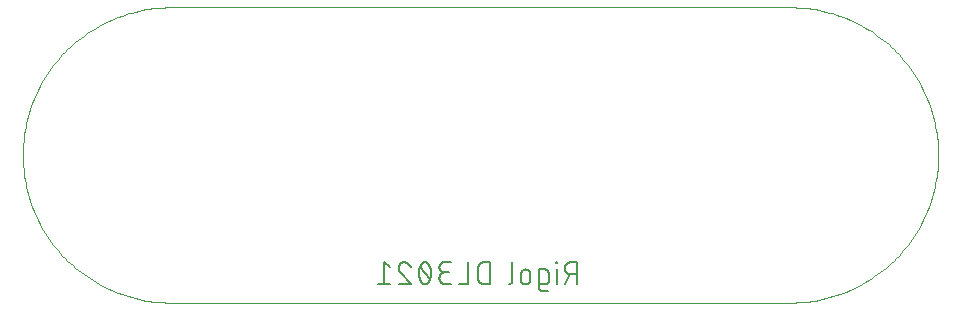
<source format=gbo>
G04 EAGLE Gerber RS-274X export*
G75*
%MOMM*%
%FSLAX35Y35*%
%LPD*%
%INsilk_bottom*%
%IPPOS*%
%AMOC8*
5,1,8,0,0,1.08239X$1,22.5*%
G01*
%ADD10C,0.000000*%
%ADD11C,0.152400*%


D10*
X-1700000Y1250000D02*
X3550000Y1250000D01*
X3580205Y1249635D01*
X3610392Y1248540D01*
X3640544Y1246716D01*
X3670642Y1244165D01*
X3700671Y1240886D01*
X3730611Y1236883D01*
X3760446Y1232158D01*
X3790158Y1226713D01*
X3819730Y1220551D01*
X3849145Y1213677D01*
X3878384Y1206094D01*
X3907432Y1197807D01*
X3936271Y1188821D01*
X3964885Y1179140D01*
X3993256Y1168770D01*
X4021369Y1157718D01*
X4049206Y1145990D01*
X4076751Y1133593D01*
X4103989Y1120534D01*
X4130904Y1106820D01*
X4157479Y1092460D01*
X4183700Y1077462D01*
X4209550Y1061835D01*
X4235016Y1045588D01*
X4260081Y1028730D01*
X4284732Y1011271D01*
X4308953Y993222D01*
X4332731Y974593D01*
X4356053Y955395D01*
X4378903Y935638D01*
X4401270Y915336D01*
X4423139Y894499D01*
X4444499Y873139D01*
X4465336Y851270D01*
X4485638Y828903D01*
X4505395Y806053D01*
X4524593Y782731D01*
X4543222Y758953D01*
X4561271Y734732D01*
X4578730Y710081D01*
X4595588Y685016D01*
X4611835Y659550D01*
X4627462Y633700D01*
X4642460Y607479D01*
X4656820Y580904D01*
X4670534Y553989D01*
X4683593Y526751D01*
X4695990Y499206D01*
X4707718Y471369D01*
X4718770Y443256D01*
X4729140Y414885D01*
X4738821Y386271D01*
X4747807Y357432D01*
X4756094Y328384D01*
X4763677Y299145D01*
X4770551Y269730D01*
X4776713Y240158D01*
X4782158Y210446D01*
X4786883Y180611D01*
X4790886Y150671D01*
X4794165Y120642D01*
X4796716Y90544D01*
X4798540Y60392D01*
X4799635Y30205D01*
X4800000Y0D01*
X4799635Y-30205D01*
X4798540Y-60392D01*
X4796716Y-90544D01*
X4794165Y-120642D01*
X4790886Y-150671D01*
X4786883Y-180611D01*
X4782158Y-210446D01*
X4776713Y-240158D01*
X4770551Y-269730D01*
X4763677Y-299145D01*
X4756094Y-328384D01*
X4747807Y-357432D01*
X4738821Y-386271D01*
X4729140Y-414885D01*
X4718770Y-443256D01*
X4707718Y-471369D01*
X4695990Y-499206D01*
X4683593Y-526751D01*
X4670534Y-553989D01*
X4656820Y-580904D01*
X4642460Y-607479D01*
X4627462Y-633700D01*
X4611835Y-659550D01*
X4595588Y-685016D01*
X4578730Y-710081D01*
X4561271Y-734732D01*
X4543222Y-758953D01*
X4524593Y-782731D01*
X4505395Y-806053D01*
X4485638Y-828903D01*
X4465336Y-851270D01*
X4444499Y-873139D01*
X4423139Y-894499D01*
X4401270Y-915336D01*
X4378903Y-935638D01*
X4356053Y-955395D01*
X4332731Y-974593D01*
X4308953Y-993222D01*
X4284732Y-1011271D01*
X4260081Y-1028730D01*
X4235016Y-1045588D01*
X4209550Y-1061835D01*
X4183700Y-1077462D01*
X4157479Y-1092460D01*
X4130904Y-1106820D01*
X4103989Y-1120534D01*
X4076751Y-1133593D01*
X4049206Y-1145990D01*
X4021369Y-1157718D01*
X3993256Y-1168770D01*
X3964885Y-1179140D01*
X3936271Y-1188821D01*
X3907432Y-1197807D01*
X3878384Y-1206094D01*
X3849145Y-1213677D01*
X3819730Y-1220551D01*
X3790158Y-1226713D01*
X3760446Y-1232158D01*
X3730611Y-1236883D01*
X3700671Y-1240886D01*
X3670642Y-1244165D01*
X3640544Y-1246716D01*
X3610392Y-1248540D01*
X3580205Y-1249635D01*
X3550000Y-1250000D01*
X-1700000Y-1250000D01*
X-1730205Y-1249635D01*
X-1760392Y-1248540D01*
X-1790544Y-1246716D01*
X-1820642Y-1244165D01*
X-1850671Y-1240886D01*
X-1880611Y-1236883D01*
X-1910446Y-1232158D01*
X-1940158Y-1226713D01*
X-1969730Y-1220551D01*
X-1999145Y-1213677D01*
X-2028384Y-1206094D01*
X-2057432Y-1197807D01*
X-2086271Y-1188821D01*
X-2114885Y-1179140D01*
X-2143256Y-1168770D01*
X-2171369Y-1157718D01*
X-2199206Y-1145990D01*
X-2226751Y-1133593D01*
X-2253989Y-1120534D01*
X-2280904Y-1106820D01*
X-2307479Y-1092460D01*
X-2333700Y-1077462D01*
X-2359550Y-1061835D01*
X-2385016Y-1045588D01*
X-2410081Y-1028730D01*
X-2434732Y-1011271D01*
X-2458953Y-993222D01*
X-2482731Y-974593D01*
X-2506053Y-955395D01*
X-2528903Y-935638D01*
X-2551270Y-915336D01*
X-2573139Y-894499D01*
X-2594499Y-873139D01*
X-2615336Y-851270D01*
X-2635638Y-828903D01*
X-2655395Y-806053D01*
X-2674593Y-782731D01*
X-2693222Y-758953D01*
X-2711271Y-734732D01*
X-2728730Y-710081D01*
X-2745588Y-685016D01*
X-2761835Y-659550D01*
X-2777462Y-633700D01*
X-2792460Y-607479D01*
X-2806820Y-580904D01*
X-2820534Y-553989D01*
X-2833593Y-526751D01*
X-2845990Y-499206D01*
X-2857718Y-471369D01*
X-2868770Y-443256D01*
X-2879140Y-414885D01*
X-2888821Y-386271D01*
X-2897807Y-357432D01*
X-2906094Y-328384D01*
X-2913677Y-299145D01*
X-2920551Y-269730D01*
X-2926713Y-240158D01*
X-2932158Y-210446D01*
X-2936883Y-180611D01*
X-2940886Y-150671D01*
X-2944165Y-120642D01*
X-2946716Y-90544D01*
X-2948540Y-60392D01*
X-2949635Y-30205D01*
X-2950000Y0D01*
X-2949635Y30205D01*
X-2948540Y60392D01*
X-2946716Y90544D01*
X-2944165Y120642D01*
X-2940886Y150671D01*
X-2936883Y180611D01*
X-2932158Y210446D01*
X-2926713Y240158D01*
X-2920551Y269730D01*
X-2913677Y299145D01*
X-2906094Y328384D01*
X-2897807Y357432D01*
X-2888821Y386271D01*
X-2879140Y414885D01*
X-2868770Y443256D01*
X-2857718Y471369D01*
X-2845990Y499206D01*
X-2833593Y526751D01*
X-2820534Y553989D01*
X-2806820Y580904D01*
X-2792460Y607479D01*
X-2777462Y633700D01*
X-2761835Y659550D01*
X-2745588Y685016D01*
X-2728730Y710081D01*
X-2711271Y734732D01*
X-2693222Y758953D01*
X-2674593Y782731D01*
X-2655395Y806053D01*
X-2635638Y828903D01*
X-2615336Y851270D01*
X-2594499Y873139D01*
X-2573139Y894499D01*
X-2551270Y915336D01*
X-2528903Y935638D01*
X-2506053Y955395D01*
X-2482731Y974593D01*
X-2458953Y993222D01*
X-2434732Y1011271D01*
X-2410081Y1028730D01*
X-2385016Y1045588D01*
X-2359550Y1061835D01*
X-2333700Y1077462D01*
X-2307479Y1092460D01*
X-2280904Y1106820D01*
X-2253989Y1120534D01*
X-2226751Y1133593D01*
X-2199206Y1145990D01*
X-2171369Y1157718D01*
X-2143256Y1168770D01*
X-2114885Y1179140D01*
X-2086271Y1188821D01*
X-2057432Y1197807D01*
X-2028384Y1206094D01*
X-1999145Y1213677D01*
X-1969730Y1220551D01*
X-1940158Y1226713D01*
X-1910446Y1232158D01*
X-1880611Y1236883D01*
X-1850671Y1240886D01*
X-1820642Y1244165D01*
X-1790544Y1246716D01*
X-1760392Y1248540D01*
X-1730205Y1249635D01*
X-1700000Y1250000D01*
D11*
X1741536Y-907620D02*
X1741536Y-1092380D01*
X1741536Y-907620D02*
X1690213Y-907620D01*
X1688963Y-907635D01*
X1687714Y-907681D01*
X1686467Y-907757D01*
X1685221Y-907863D01*
X1683979Y-908000D01*
X1682740Y-908167D01*
X1681506Y-908364D01*
X1680277Y-908591D01*
X1679054Y-908848D01*
X1677838Y-909134D01*
X1676628Y-909451D01*
X1675427Y-909796D01*
X1674235Y-910171D01*
X1673052Y-910574D01*
X1671879Y-911006D01*
X1670717Y-911467D01*
X1669567Y-911956D01*
X1668429Y-912473D01*
X1667304Y-913017D01*
X1666192Y-913588D01*
X1665095Y-914187D01*
X1664013Y-914812D01*
X1662946Y-915463D01*
X1661895Y-916140D01*
X1660861Y-916842D01*
X1659845Y-917569D01*
X1658846Y-918321D01*
X1657866Y-919097D01*
X1656906Y-919896D01*
X1655965Y-920719D01*
X1655044Y-921564D01*
X1654144Y-922432D01*
X1653266Y-923321D01*
X1652410Y-924231D01*
X1651576Y-925162D01*
X1650764Y-926113D01*
X1649977Y-927083D01*
X1649213Y-928072D01*
X1648473Y-929080D01*
X1647759Y-930105D01*
X1647069Y-931147D01*
X1646405Y-932206D01*
X1645767Y-933281D01*
X1645155Y-934371D01*
X1644570Y-935475D01*
X1644012Y-936594D01*
X1643482Y-937725D01*
X1642979Y-938870D01*
X1642504Y-940026D01*
X1642058Y-941193D01*
X1641640Y-942371D01*
X1641251Y-943559D01*
X1640891Y-944756D01*
X1640560Y-945961D01*
X1640258Y-947174D01*
X1639987Y-948394D01*
X1639745Y-949620D01*
X1639533Y-950852D01*
X1639351Y-952088D01*
X1639199Y-953329D01*
X1639077Y-954573D01*
X1638986Y-955819D01*
X1638925Y-957068D01*
X1638895Y-958317D01*
X1638895Y-959567D01*
X1638925Y-960816D01*
X1638986Y-962065D01*
X1639077Y-963311D01*
X1639199Y-964555D01*
X1639351Y-965796D01*
X1639533Y-967032D01*
X1639745Y-968264D01*
X1639987Y-969490D01*
X1640258Y-970710D01*
X1640560Y-971923D01*
X1640891Y-973128D01*
X1641251Y-974325D01*
X1641640Y-975513D01*
X1642058Y-976691D01*
X1642504Y-977858D01*
X1642979Y-979014D01*
X1643482Y-980159D01*
X1644012Y-981290D01*
X1644570Y-982409D01*
X1645155Y-983513D01*
X1645767Y-984603D01*
X1646405Y-985678D01*
X1647069Y-986737D01*
X1647759Y-987779D01*
X1648473Y-988804D01*
X1649213Y-989812D01*
X1649977Y-990801D01*
X1650764Y-991771D01*
X1651576Y-992722D01*
X1652410Y-993653D01*
X1653266Y-994563D01*
X1654144Y-995452D01*
X1655044Y-996320D01*
X1655965Y-997165D01*
X1656906Y-997988D01*
X1657866Y-998787D01*
X1658846Y-999563D01*
X1659845Y-1000315D01*
X1660861Y-1001042D01*
X1661895Y-1001744D01*
X1662946Y-1002421D01*
X1664013Y-1003072D01*
X1665095Y-1003697D01*
X1666192Y-1004296D01*
X1667304Y-1004867D01*
X1668429Y-1005411D01*
X1669567Y-1005928D01*
X1670717Y-1006417D01*
X1671879Y-1006878D01*
X1673052Y-1007310D01*
X1674235Y-1007713D01*
X1675427Y-1008088D01*
X1676628Y-1008433D01*
X1677838Y-1008750D01*
X1679054Y-1009036D01*
X1680277Y-1009293D01*
X1681506Y-1009520D01*
X1682740Y-1009717D01*
X1683979Y-1009884D01*
X1685221Y-1010021D01*
X1686467Y-1010127D01*
X1687714Y-1010203D01*
X1688963Y-1010249D01*
X1690213Y-1010264D01*
X1690213Y-1010265D02*
X1741536Y-1010265D01*
X1679949Y-1010265D02*
X1638891Y-1092380D01*
X1570285Y-1092380D02*
X1570285Y-969207D01*
X1575417Y-917885D02*
X1575417Y-907620D01*
X1565153Y-907620D01*
X1565153Y-917885D01*
X1575417Y-917885D01*
X1471957Y-1092380D02*
X1420635Y-1092380D01*
X1471957Y-1092380D02*
X1472701Y-1092371D01*
X1473445Y-1092344D01*
X1474187Y-1092299D01*
X1474929Y-1092236D01*
X1475669Y-1092155D01*
X1476406Y-1092057D01*
X1477141Y-1091940D01*
X1477873Y-1091806D01*
X1478602Y-1091655D01*
X1479326Y-1091485D01*
X1480047Y-1091298D01*
X1480762Y-1091094D01*
X1481473Y-1090873D01*
X1482177Y-1090634D01*
X1482876Y-1090379D01*
X1483569Y-1090107D01*
X1484255Y-1089818D01*
X1484933Y-1089512D01*
X1485604Y-1089191D01*
X1486267Y-1088853D01*
X1486922Y-1088499D01*
X1487568Y-1088130D01*
X1488205Y-1087745D01*
X1488832Y-1087344D01*
X1489449Y-1086929D01*
X1490057Y-1086499D01*
X1490653Y-1086054D01*
X1491239Y-1085596D01*
X1491814Y-1085123D01*
X1492377Y-1084636D01*
X1492928Y-1084136D01*
X1493466Y-1083622D01*
X1493992Y-1083096D01*
X1494506Y-1082558D01*
X1495006Y-1082007D01*
X1495493Y-1081444D01*
X1495966Y-1080869D01*
X1496424Y-1080283D01*
X1496869Y-1079687D01*
X1497299Y-1079079D01*
X1497714Y-1078462D01*
X1498115Y-1077835D01*
X1498500Y-1077198D01*
X1498869Y-1076552D01*
X1499223Y-1075897D01*
X1499561Y-1075234D01*
X1499882Y-1074563D01*
X1500188Y-1073885D01*
X1500477Y-1073199D01*
X1500749Y-1072506D01*
X1501004Y-1071807D01*
X1501243Y-1071103D01*
X1501464Y-1070392D01*
X1501668Y-1069677D01*
X1501855Y-1068956D01*
X1502025Y-1068232D01*
X1502176Y-1067503D01*
X1502310Y-1066771D01*
X1502427Y-1066036D01*
X1502525Y-1065299D01*
X1502606Y-1064559D01*
X1502669Y-1063817D01*
X1502714Y-1063075D01*
X1502741Y-1062331D01*
X1502750Y-1061587D01*
X1502750Y-1000000D01*
X1502741Y-999256D01*
X1502714Y-998512D01*
X1502669Y-997770D01*
X1502606Y-997028D01*
X1502525Y-996288D01*
X1502427Y-995551D01*
X1502310Y-994816D01*
X1502176Y-994084D01*
X1502025Y-993355D01*
X1501855Y-992631D01*
X1501668Y-991910D01*
X1501464Y-991195D01*
X1501243Y-990484D01*
X1501004Y-989780D01*
X1500749Y-989081D01*
X1500477Y-988388D01*
X1500188Y-987702D01*
X1499882Y-987024D01*
X1499561Y-986353D01*
X1499223Y-985690D01*
X1498869Y-985035D01*
X1498500Y-984389D01*
X1498115Y-983752D01*
X1497714Y-983125D01*
X1497299Y-982508D01*
X1496869Y-981900D01*
X1496424Y-981304D01*
X1495966Y-980718D01*
X1495493Y-980143D01*
X1495006Y-979580D01*
X1494506Y-979029D01*
X1493992Y-978491D01*
X1493466Y-977965D01*
X1492928Y-977451D01*
X1492377Y-976951D01*
X1491814Y-976464D01*
X1491239Y-975991D01*
X1490653Y-975533D01*
X1490057Y-975088D01*
X1489449Y-974658D01*
X1488832Y-974243D01*
X1488205Y-973842D01*
X1487568Y-973457D01*
X1486922Y-973088D01*
X1486267Y-972734D01*
X1485604Y-972396D01*
X1484933Y-972075D01*
X1484255Y-971769D01*
X1483569Y-971480D01*
X1482876Y-971208D01*
X1482177Y-970953D01*
X1481473Y-970714D01*
X1480762Y-970493D01*
X1480047Y-970289D01*
X1479326Y-970102D01*
X1478602Y-969932D01*
X1477873Y-969781D01*
X1477141Y-969647D01*
X1476406Y-969530D01*
X1475669Y-969432D01*
X1474929Y-969351D01*
X1474187Y-969288D01*
X1473445Y-969243D01*
X1472701Y-969216D01*
X1471957Y-969207D01*
X1420635Y-969207D01*
X1420635Y-1123173D01*
X1420644Y-1123929D01*
X1420672Y-1124684D01*
X1420718Y-1125438D01*
X1420783Y-1126191D01*
X1420867Y-1126942D01*
X1420968Y-1127691D01*
X1421088Y-1128437D01*
X1421227Y-1129180D01*
X1421383Y-1129920D01*
X1421558Y-1130655D01*
X1421750Y-1131386D01*
X1421961Y-1132112D01*
X1422189Y-1132832D01*
X1422435Y-1133547D01*
X1422698Y-1134255D01*
X1422979Y-1134957D01*
X1423277Y-1135652D01*
X1423591Y-1136339D01*
X1423923Y-1137018D01*
X1424271Y-1137689D01*
X1424635Y-1138351D01*
X1425016Y-1139004D01*
X1425412Y-1139647D01*
X1425824Y-1140281D01*
X1426252Y-1140904D01*
X1426695Y-1141516D01*
X1427152Y-1142118D01*
X1427625Y-1142708D01*
X1428111Y-1143286D01*
X1428612Y-1143852D01*
X1429126Y-1144406D01*
X1429654Y-1144947D01*
X1430195Y-1145475D01*
X1430749Y-1145989D01*
X1431315Y-1146490D01*
X1431893Y-1146976D01*
X1432483Y-1147448D01*
X1433084Y-1147906D01*
X1433697Y-1148349D01*
X1434320Y-1148776D01*
X1434954Y-1149188D01*
X1435597Y-1149585D01*
X1436250Y-1149965D01*
X1436912Y-1150330D01*
X1437583Y-1150678D01*
X1438262Y-1151009D01*
X1438949Y-1151324D01*
X1439644Y-1151622D01*
X1440346Y-1151903D01*
X1441054Y-1152166D01*
X1441769Y-1152412D01*
X1442489Y-1152640D01*
X1443215Y-1152850D01*
X1443946Y-1153043D01*
X1444681Y-1153218D01*
X1445420Y-1153374D01*
X1446163Y-1153513D01*
X1446909Y-1153633D01*
X1447658Y-1153734D01*
X1448409Y-1153818D01*
X1449162Y-1153883D01*
X1449917Y-1153929D01*
X1450672Y-1153957D01*
X1451428Y-1153966D01*
X1451428Y-1153967D02*
X1492486Y-1153967D01*
X1346843Y-1051323D02*
X1346843Y-1010265D01*
X1346831Y-1009265D01*
X1346794Y-1008266D01*
X1346733Y-1007268D01*
X1346648Y-1006272D01*
X1346539Y-1005278D01*
X1346405Y-1004287D01*
X1346248Y-1003300D01*
X1346066Y-1002316D01*
X1345861Y-1001338D01*
X1345631Y-1000365D01*
X1345379Y-999397D01*
X1345102Y-998436D01*
X1344802Y-997482D01*
X1344480Y-996536D01*
X1344134Y-995598D01*
X1343765Y-994668D01*
X1343374Y-993748D01*
X1342961Y-992838D01*
X1342525Y-991938D01*
X1342068Y-991048D01*
X1341590Y-990170D01*
X1341090Y-989305D01*
X1340569Y-988451D01*
X1340027Y-987611D01*
X1339465Y-986783D01*
X1338884Y-985970D01*
X1338282Y-985171D01*
X1337662Y-984388D01*
X1337022Y-983619D01*
X1336364Y-982866D01*
X1335688Y-982130D01*
X1334994Y-981410D01*
X1334282Y-980707D01*
X1333554Y-980022D01*
X1332809Y-979355D01*
X1332049Y-978706D01*
X1331272Y-978076D01*
X1330481Y-977465D01*
X1329675Y-976873D01*
X1328855Y-976301D01*
X1328021Y-975749D01*
X1327174Y-975218D01*
X1326314Y-974708D01*
X1325442Y-974218D01*
X1324558Y-973750D01*
X1323664Y-973304D01*
X1322758Y-972880D01*
X1321843Y-972477D01*
X1320918Y-972098D01*
X1319984Y-971740D01*
X1319042Y-971406D01*
X1318092Y-971095D01*
X1317134Y-970807D01*
X1316170Y-970542D01*
X1315200Y-970301D01*
X1314224Y-970084D01*
X1313243Y-969890D01*
X1312257Y-969720D01*
X1311268Y-969575D01*
X1310276Y-969453D01*
X1309280Y-969356D01*
X1308283Y-969283D01*
X1307285Y-969234D01*
X1306285Y-969210D01*
X1305285Y-969210D01*
X1304285Y-969234D01*
X1303287Y-969283D01*
X1302290Y-969356D01*
X1301294Y-969453D01*
X1300302Y-969575D01*
X1299313Y-969720D01*
X1298327Y-969890D01*
X1297346Y-970084D01*
X1296370Y-970301D01*
X1295400Y-970542D01*
X1294436Y-970807D01*
X1293478Y-971095D01*
X1292528Y-971406D01*
X1291586Y-971740D01*
X1290652Y-972098D01*
X1289727Y-972477D01*
X1288812Y-972880D01*
X1287906Y-973304D01*
X1287012Y-973750D01*
X1286128Y-974218D01*
X1285256Y-974708D01*
X1284396Y-975218D01*
X1283549Y-975749D01*
X1282715Y-976301D01*
X1281895Y-976873D01*
X1281089Y-977465D01*
X1280298Y-978076D01*
X1279521Y-978706D01*
X1278761Y-979355D01*
X1278016Y-980022D01*
X1277288Y-980707D01*
X1276576Y-981410D01*
X1275882Y-982130D01*
X1275206Y-982866D01*
X1274548Y-983619D01*
X1273908Y-984388D01*
X1273288Y-985171D01*
X1272686Y-985970D01*
X1272105Y-986783D01*
X1271543Y-987611D01*
X1271001Y-988451D01*
X1270480Y-989305D01*
X1269980Y-990170D01*
X1269502Y-991048D01*
X1269045Y-991938D01*
X1268609Y-992838D01*
X1268196Y-993748D01*
X1267805Y-994668D01*
X1267436Y-995598D01*
X1267090Y-996536D01*
X1266768Y-997482D01*
X1266468Y-998436D01*
X1266191Y-999397D01*
X1265939Y-1000365D01*
X1265709Y-1001338D01*
X1265504Y-1002316D01*
X1265322Y-1003300D01*
X1265165Y-1004287D01*
X1265031Y-1005278D01*
X1264922Y-1006272D01*
X1264837Y-1007268D01*
X1264776Y-1008266D01*
X1264739Y-1009265D01*
X1264727Y-1010265D01*
X1264728Y-1010265D02*
X1264728Y-1051323D01*
X1264727Y-1051323D02*
X1264739Y-1052323D01*
X1264776Y-1053322D01*
X1264837Y-1054320D01*
X1264922Y-1055316D01*
X1265031Y-1056310D01*
X1265165Y-1057301D01*
X1265322Y-1058288D01*
X1265504Y-1059272D01*
X1265709Y-1060250D01*
X1265939Y-1061223D01*
X1266191Y-1062191D01*
X1266468Y-1063152D01*
X1266768Y-1064106D01*
X1267090Y-1065052D01*
X1267436Y-1065990D01*
X1267805Y-1066920D01*
X1268196Y-1067840D01*
X1268609Y-1068750D01*
X1269045Y-1069650D01*
X1269502Y-1070540D01*
X1269980Y-1071418D01*
X1270480Y-1072283D01*
X1271001Y-1073137D01*
X1271543Y-1073977D01*
X1272105Y-1074805D01*
X1272686Y-1075618D01*
X1273288Y-1076417D01*
X1273908Y-1077200D01*
X1274548Y-1077969D01*
X1275206Y-1078722D01*
X1275882Y-1079458D01*
X1276576Y-1080178D01*
X1277288Y-1080881D01*
X1278016Y-1081566D01*
X1278761Y-1082233D01*
X1279521Y-1082882D01*
X1280298Y-1083512D01*
X1281089Y-1084123D01*
X1281895Y-1084715D01*
X1282715Y-1085287D01*
X1283549Y-1085839D01*
X1284396Y-1086370D01*
X1285256Y-1086880D01*
X1286128Y-1087370D01*
X1287012Y-1087838D01*
X1287906Y-1088284D01*
X1288812Y-1088708D01*
X1289727Y-1089111D01*
X1290652Y-1089490D01*
X1291586Y-1089848D01*
X1292528Y-1090182D01*
X1293478Y-1090493D01*
X1294436Y-1090781D01*
X1295400Y-1091046D01*
X1296370Y-1091287D01*
X1297346Y-1091504D01*
X1298327Y-1091698D01*
X1299313Y-1091868D01*
X1300302Y-1092013D01*
X1301294Y-1092135D01*
X1302290Y-1092232D01*
X1303287Y-1092305D01*
X1304285Y-1092354D01*
X1305285Y-1092378D01*
X1306285Y-1092378D01*
X1307285Y-1092354D01*
X1308283Y-1092305D01*
X1309280Y-1092232D01*
X1310276Y-1092135D01*
X1311268Y-1092013D01*
X1312257Y-1091868D01*
X1313243Y-1091698D01*
X1314224Y-1091504D01*
X1315200Y-1091287D01*
X1316170Y-1091046D01*
X1317134Y-1090781D01*
X1318092Y-1090493D01*
X1319042Y-1090182D01*
X1319984Y-1089848D01*
X1320918Y-1089490D01*
X1321843Y-1089111D01*
X1322758Y-1088708D01*
X1323664Y-1088284D01*
X1324558Y-1087838D01*
X1325442Y-1087370D01*
X1326314Y-1086880D01*
X1327174Y-1086370D01*
X1328021Y-1085839D01*
X1328855Y-1085287D01*
X1329675Y-1084715D01*
X1330481Y-1084123D01*
X1331272Y-1083512D01*
X1332049Y-1082882D01*
X1332809Y-1082233D01*
X1333554Y-1081566D01*
X1334282Y-1080881D01*
X1334994Y-1080178D01*
X1335688Y-1079458D01*
X1336364Y-1078722D01*
X1337022Y-1077969D01*
X1337662Y-1077200D01*
X1338282Y-1076417D01*
X1338884Y-1075618D01*
X1339465Y-1074805D01*
X1340027Y-1073977D01*
X1340569Y-1073137D01*
X1341090Y-1072283D01*
X1341590Y-1071418D01*
X1342068Y-1070540D01*
X1342525Y-1069650D01*
X1342961Y-1068750D01*
X1343374Y-1067840D01*
X1343765Y-1066920D01*
X1344134Y-1065990D01*
X1344480Y-1065052D01*
X1344802Y-1064106D01*
X1345102Y-1063152D01*
X1345379Y-1062191D01*
X1345631Y-1061223D01*
X1345861Y-1060250D01*
X1346066Y-1059272D01*
X1346248Y-1058288D01*
X1346405Y-1057301D01*
X1346539Y-1056310D01*
X1346648Y-1055316D01*
X1346733Y-1054320D01*
X1346794Y-1053322D01*
X1346831Y-1052323D01*
X1346843Y-1051323D01*
X1194114Y-1061587D02*
X1194114Y-907620D01*
X1194114Y-1061587D02*
X1194105Y-1062331D01*
X1194078Y-1063075D01*
X1194033Y-1063817D01*
X1193970Y-1064559D01*
X1193889Y-1065299D01*
X1193791Y-1066036D01*
X1193674Y-1066771D01*
X1193540Y-1067503D01*
X1193389Y-1068232D01*
X1193219Y-1068956D01*
X1193032Y-1069677D01*
X1192828Y-1070392D01*
X1192607Y-1071103D01*
X1192368Y-1071807D01*
X1192113Y-1072506D01*
X1191841Y-1073199D01*
X1191552Y-1073885D01*
X1191246Y-1074563D01*
X1190925Y-1075234D01*
X1190587Y-1075897D01*
X1190233Y-1076552D01*
X1189864Y-1077198D01*
X1189479Y-1077835D01*
X1189078Y-1078462D01*
X1188663Y-1079079D01*
X1188233Y-1079687D01*
X1187788Y-1080283D01*
X1187330Y-1080869D01*
X1186857Y-1081444D01*
X1186370Y-1082007D01*
X1185870Y-1082558D01*
X1185356Y-1083096D01*
X1184830Y-1083622D01*
X1184292Y-1084136D01*
X1183741Y-1084636D01*
X1183178Y-1085123D01*
X1182603Y-1085596D01*
X1182017Y-1086054D01*
X1181421Y-1086499D01*
X1180813Y-1086929D01*
X1180196Y-1087344D01*
X1179569Y-1087745D01*
X1178932Y-1088130D01*
X1178286Y-1088499D01*
X1177631Y-1088853D01*
X1176968Y-1089191D01*
X1176297Y-1089512D01*
X1175619Y-1089818D01*
X1174933Y-1090107D01*
X1174240Y-1090379D01*
X1173541Y-1090634D01*
X1172837Y-1090873D01*
X1172126Y-1091094D01*
X1171411Y-1091298D01*
X1170690Y-1091485D01*
X1169966Y-1091655D01*
X1169237Y-1091806D01*
X1168505Y-1091940D01*
X1167770Y-1092057D01*
X1167033Y-1092155D01*
X1166293Y-1092236D01*
X1165551Y-1092299D01*
X1164809Y-1092344D01*
X1164065Y-1092371D01*
X1163321Y-1092380D01*
X1006358Y-1092380D02*
X1006358Y-907620D01*
X955036Y-907620D01*
X953796Y-907635D01*
X952556Y-907680D01*
X951318Y-907755D01*
X950083Y-907860D01*
X948850Y-907994D01*
X947620Y-908159D01*
X946395Y-908353D01*
X945175Y-908576D01*
X943961Y-908829D01*
X942754Y-909111D01*
X941553Y-909423D01*
X940360Y-909763D01*
X939176Y-910132D01*
X938001Y-910529D01*
X936837Y-910955D01*
X935682Y-911409D01*
X934539Y-911890D01*
X933408Y-912399D01*
X932290Y-912936D01*
X931185Y-913499D01*
X930094Y-914088D01*
X929017Y-914704D01*
X927956Y-915346D01*
X926910Y-916013D01*
X925881Y-916705D01*
X924869Y-917422D01*
X923875Y-918163D01*
X922898Y-918928D01*
X921941Y-919716D01*
X921003Y-920527D01*
X920084Y-921361D01*
X919186Y-922216D01*
X918309Y-923093D01*
X917454Y-923991D01*
X916620Y-924910D01*
X915809Y-925848D01*
X915021Y-926805D01*
X914256Y-927782D01*
X913515Y-928776D01*
X912798Y-929788D01*
X912106Y-930817D01*
X911439Y-931863D01*
X910797Y-932924D01*
X910181Y-934001D01*
X909592Y-935092D01*
X909029Y-936197D01*
X908492Y-937315D01*
X907983Y-938446D01*
X907502Y-939589D01*
X907048Y-940744D01*
X906622Y-941908D01*
X906225Y-943083D01*
X905856Y-944267D01*
X905516Y-945460D01*
X905204Y-946661D01*
X904922Y-947868D01*
X904669Y-949082D01*
X904446Y-950302D01*
X904252Y-951527D01*
X904087Y-952757D01*
X903953Y-953990D01*
X903848Y-955225D01*
X903773Y-956463D01*
X903728Y-957703D01*
X903713Y-958943D01*
X903714Y-958943D02*
X903714Y-1041058D01*
X903729Y-1042298D01*
X903774Y-1043538D01*
X903849Y-1044776D01*
X903954Y-1046011D01*
X904088Y-1047244D01*
X904253Y-1048473D01*
X904447Y-1049698D01*
X904670Y-1050918D01*
X904923Y-1052133D01*
X905205Y-1053340D01*
X905517Y-1054541D01*
X905857Y-1055733D01*
X906226Y-1056917D01*
X906623Y-1058092D01*
X907049Y-1059257D01*
X907503Y-1060411D01*
X907984Y-1061554D01*
X908493Y-1062685D01*
X909030Y-1063804D01*
X909593Y-1064909D01*
X910182Y-1066000D01*
X910798Y-1067076D01*
X911440Y-1068138D01*
X912107Y-1069183D01*
X912799Y-1070212D01*
X913516Y-1071224D01*
X914257Y-1072219D01*
X915022Y-1073195D01*
X915810Y-1074153D01*
X916621Y-1075091D01*
X917455Y-1076009D01*
X918310Y-1076907D01*
X919187Y-1077784D01*
X920085Y-1078640D01*
X921003Y-1079473D01*
X921942Y-1080284D01*
X922899Y-1081073D01*
X923875Y-1081837D01*
X924870Y-1082578D01*
X925882Y-1083295D01*
X926911Y-1083987D01*
X927957Y-1084654D01*
X929018Y-1085296D01*
X930095Y-1085912D01*
X931186Y-1086501D01*
X932291Y-1087065D01*
X933409Y-1087601D01*
X934540Y-1088110D01*
X935683Y-1088591D01*
X936837Y-1089045D01*
X938002Y-1089471D01*
X939177Y-1089868D01*
X940361Y-1090237D01*
X941554Y-1090577D01*
X942754Y-1090889D01*
X943962Y-1091171D01*
X945176Y-1091424D01*
X946396Y-1091647D01*
X947621Y-1091841D01*
X948850Y-1092006D01*
X950083Y-1092140D01*
X951319Y-1092245D01*
X952557Y-1092320D01*
X953796Y-1092365D01*
X955036Y-1092380D01*
X1006358Y-1092380D01*
X822078Y-1092380D02*
X822078Y-907620D01*
X822078Y-1092380D02*
X739963Y-1092380D01*
X678609Y-1092380D02*
X627287Y-1092380D01*
X626037Y-1092365D01*
X624788Y-1092319D01*
X623541Y-1092243D01*
X622295Y-1092137D01*
X621053Y-1092000D01*
X619814Y-1091833D01*
X618580Y-1091636D01*
X617351Y-1091409D01*
X616128Y-1091152D01*
X614912Y-1090866D01*
X613702Y-1090549D01*
X612501Y-1090204D01*
X611309Y-1089829D01*
X610126Y-1089426D01*
X608953Y-1088994D01*
X607791Y-1088533D01*
X606641Y-1088044D01*
X605503Y-1087527D01*
X604378Y-1086983D01*
X603266Y-1086412D01*
X602169Y-1085813D01*
X601087Y-1085188D01*
X600020Y-1084537D01*
X598969Y-1083860D01*
X597935Y-1083158D01*
X596919Y-1082431D01*
X595920Y-1081679D01*
X594940Y-1080903D01*
X593980Y-1080104D01*
X593039Y-1079281D01*
X592118Y-1078436D01*
X591218Y-1077568D01*
X590340Y-1076679D01*
X589484Y-1075769D01*
X588650Y-1074838D01*
X587838Y-1073887D01*
X587051Y-1072917D01*
X586287Y-1071928D01*
X585547Y-1070920D01*
X584833Y-1069895D01*
X584143Y-1068853D01*
X583479Y-1067794D01*
X582841Y-1066719D01*
X582229Y-1065629D01*
X581644Y-1064525D01*
X581086Y-1063406D01*
X580556Y-1062275D01*
X580053Y-1061130D01*
X579578Y-1059974D01*
X579132Y-1058807D01*
X578714Y-1057629D01*
X578325Y-1056441D01*
X577965Y-1055244D01*
X577634Y-1054039D01*
X577332Y-1052826D01*
X577061Y-1051606D01*
X576819Y-1050380D01*
X576607Y-1049148D01*
X576425Y-1047912D01*
X576273Y-1046671D01*
X576151Y-1045427D01*
X576060Y-1044181D01*
X575999Y-1042932D01*
X575969Y-1041683D01*
X575969Y-1040433D01*
X575999Y-1039184D01*
X576060Y-1037935D01*
X576151Y-1036689D01*
X576273Y-1035445D01*
X576425Y-1034204D01*
X576607Y-1032968D01*
X576819Y-1031736D01*
X577061Y-1030510D01*
X577332Y-1029290D01*
X577634Y-1028077D01*
X577965Y-1026872D01*
X578325Y-1025675D01*
X578714Y-1024487D01*
X579132Y-1023309D01*
X579578Y-1022142D01*
X580053Y-1020986D01*
X580556Y-1019841D01*
X581086Y-1018710D01*
X581644Y-1017591D01*
X582229Y-1016487D01*
X582841Y-1015397D01*
X583479Y-1014322D01*
X584143Y-1013263D01*
X584833Y-1012221D01*
X585547Y-1011196D01*
X586287Y-1010188D01*
X587051Y-1009199D01*
X587838Y-1008229D01*
X588650Y-1007278D01*
X589484Y-1006347D01*
X590340Y-1005437D01*
X591218Y-1004548D01*
X592118Y-1003680D01*
X593039Y-1002835D01*
X593980Y-1002012D01*
X594940Y-1001213D01*
X595920Y-1000437D01*
X596919Y-999685D01*
X597935Y-998958D01*
X598969Y-998256D01*
X600020Y-997579D01*
X601087Y-996928D01*
X602169Y-996303D01*
X603266Y-995704D01*
X604378Y-995133D01*
X605503Y-994589D01*
X606641Y-994072D01*
X607791Y-993583D01*
X608953Y-993122D01*
X610126Y-992690D01*
X611309Y-992287D01*
X612501Y-991912D01*
X613702Y-991567D01*
X614912Y-991250D01*
X616128Y-990964D01*
X617351Y-990707D01*
X618580Y-990480D01*
X619814Y-990283D01*
X621053Y-990116D01*
X622295Y-989979D01*
X623541Y-989873D01*
X624788Y-989797D01*
X626037Y-989751D01*
X627287Y-989736D01*
X617022Y-907620D02*
X678609Y-907620D01*
X617022Y-907620D02*
X616022Y-907632D01*
X615023Y-907669D01*
X614025Y-907730D01*
X613029Y-907815D01*
X612035Y-907924D01*
X611044Y-908058D01*
X610057Y-908215D01*
X609073Y-908397D01*
X608095Y-908602D01*
X607122Y-908832D01*
X606154Y-909084D01*
X605193Y-909361D01*
X604239Y-909661D01*
X603293Y-909983D01*
X602355Y-910329D01*
X601425Y-910698D01*
X600505Y-911089D01*
X599595Y-911502D01*
X598695Y-911938D01*
X597805Y-912395D01*
X596927Y-912873D01*
X596062Y-913373D01*
X595208Y-913894D01*
X594368Y-914436D01*
X593540Y-914998D01*
X592727Y-915579D01*
X591928Y-916181D01*
X591145Y-916801D01*
X590376Y-917441D01*
X589623Y-918099D01*
X588887Y-918775D01*
X588167Y-919469D01*
X587464Y-920181D01*
X586779Y-920909D01*
X586112Y-921654D01*
X585463Y-922414D01*
X584833Y-923191D01*
X584222Y-923982D01*
X583630Y-924788D01*
X583058Y-925608D01*
X582506Y-926442D01*
X581975Y-927289D01*
X581465Y-928149D01*
X580975Y-929021D01*
X580507Y-929905D01*
X580061Y-930799D01*
X579637Y-931705D01*
X579234Y-932620D01*
X578855Y-933545D01*
X578497Y-934479D01*
X578163Y-935421D01*
X577852Y-936371D01*
X577564Y-937329D01*
X577299Y-938293D01*
X577058Y-939263D01*
X576841Y-940239D01*
X576647Y-941220D01*
X576477Y-942206D01*
X576332Y-943195D01*
X576210Y-944187D01*
X576113Y-945183D01*
X576040Y-946180D01*
X575991Y-947178D01*
X575967Y-948178D01*
X575967Y-949178D01*
X575991Y-950178D01*
X576040Y-951176D01*
X576113Y-952173D01*
X576210Y-953169D01*
X576332Y-954161D01*
X576477Y-955150D01*
X576647Y-956136D01*
X576841Y-957117D01*
X577058Y-958093D01*
X577299Y-959063D01*
X577564Y-960027D01*
X577852Y-960985D01*
X578163Y-961935D01*
X578497Y-962877D01*
X578855Y-963811D01*
X579234Y-964736D01*
X579637Y-965651D01*
X580061Y-966557D01*
X580507Y-967451D01*
X580975Y-968335D01*
X581465Y-969207D01*
X581975Y-970067D01*
X582506Y-970914D01*
X583058Y-971748D01*
X583630Y-972568D01*
X584222Y-973374D01*
X584833Y-974165D01*
X585463Y-974942D01*
X586112Y-975702D01*
X586779Y-976447D01*
X587464Y-977175D01*
X588167Y-977887D01*
X588887Y-978581D01*
X589623Y-979257D01*
X590376Y-979915D01*
X591145Y-980555D01*
X591928Y-981175D01*
X592727Y-981777D01*
X593540Y-982358D01*
X594368Y-982920D01*
X595208Y-983462D01*
X596062Y-983983D01*
X596927Y-984483D01*
X597805Y-984961D01*
X598695Y-985418D01*
X599595Y-985854D01*
X600505Y-986267D01*
X601425Y-986658D01*
X602355Y-987027D01*
X603293Y-987373D01*
X604239Y-987695D01*
X605193Y-987995D01*
X606154Y-988272D01*
X607122Y-988524D01*
X608095Y-988754D01*
X609073Y-988959D01*
X610057Y-989141D01*
X611044Y-989298D01*
X612035Y-989432D01*
X613029Y-989541D01*
X614025Y-989626D01*
X615023Y-989687D01*
X616022Y-989724D01*
X617022Y-989736D01*
X658080Y-989736D01*
X506109Y-1000000D02*
X506066Y-996365D01*
X505935Y-992733D01*
X505719Y-989105D01*
X505415Y-985483D01*
X505026Y-981869D01*
X504550Y-978265D01*
X503988Y-974674D01*
X503341Y-971097D01*
X502608Y-967537D01*
X501791Y-963995D01*
X500889Y-960474D01*
X499904Y-956975D01*
X498835Y-953501D01*
X497684Y-950054D01*
X496450Y-946634D01*
X495136Y-943246D01*
X493741Y-939889D01*
X492266Y-936567D01*
X490712Y-933281D01*
X490402Y-932411D01*
X490071Y-931549D01*
X489719Y-930695D01*
X489346Y-929849D01*
X488953Y-929014D01*
X488539Y-928188D01*
X488106Y-927372D01*
X487653Y-926567D01*
X487180Y-925773D01*
X486688Y-924991D01*
X486178Y-924221D01*
X485648Y-923464D01*
X485101Y-922720D01*
X484536Y-921990D01*
X483953Y-921273D01*
X483352Y-920571D01*
X482735Y-919884D01*
X482102Y-919212D01*
X481452Y-918555D01*
X480786Y-917915D01*
X480105Y-917290D01*
X479409Y-916683D01*
X478699Y-916093D01*
X477974Y-915520D01*
X477236Y-914965D01*
X476484Y-914428D01*
X475719Y-913909D01*
X474942Y-913410D01*
X474154Y-912929D01*
X473353Y-912468D01*
X472542Y-912026D01*
X471720Y-911604D01*
X470889Y-911202D01*
X470047Y-910821D01*
X469197Y-910460D01*
X468338Y-910120D01*
X467471Y-909801D01*
X466597Y-909503D01*
X465715Y-909226D01*
X464828Y-908971D01*
X463934Y-908738D01*
X463035Y-908526D01*
X462131Y-908337D01*
X461222Y-908169D01*
X460310Y-908024D01*
X459394Y-907901D01*
X458476Y-907800D01*
X457556Y-907721D01*
X456634Y-907665D01*
X455711Y-907631D01*
X454787Y-907620D01*
X453863Y-907631D01*
X452940Y-907665D01*
X452018Y-907721D01*
X451098Y-907800D01*
X450180Y-907901D01*
X449264Y-908024D01*
X448352Y-908169D01*
X447443Y-908337D01*
X446539Y-908526D01*
X445640Y-908738D01*
X444746Y-908971D01*
X443859Y-909226D01*
X442977Y-909503D01*
X442103Y-909801D01*
X441236Y-910120D01*
X440377Y-910460D01*
X439527Y-910821D01*
X438685Y-911202D01*
X437854Y-911604D01*
X437032Y-912026D01*
X436221Y-912468D01*
X435420Y-912929D01*
X434631Y-913410D01*
X433855Y-913909D01*
X433090Y-914428D01*
X432338Y-914965D01*
X431600Y-915520D01*
X430875Y-916093D01*
X430165Y-916683D01*
X429469Y-917290D01*
X428788Y-917915D01*
X428122Y-918555D01*
X427472Y-919212D01*
X426839Y-919884D01*
X426222Y-920571D01*
X425621Y-921273D01*
X425038Y-921990D01*
X424473Y-922720D01*
X423926Y-923464D01*
X423396Y-924221D01*
X422886Y-924991D01*
X422394Y-925773D01*
X421921Y-926567D01*
X421468Y-927372D01*
X421035Y-928188D01*
X420621Y-929014D01*
X420228Y-929850D01*
X419855Y-930695D01*
X419503Y-931549D01*
X419172Y-932411D01*
X418862Y-933281D01*
X417308Y-936567D01*
X415833Y-939890D01*
X414438Y-943246D01*
X413124Y-946635D01*
X411890Y-950054D01*
X410739Y-953502D01*
X409670Y-956976D01*
X408685Y-960474D01*
X407783Y-963996D01*
X406966Y-967537D01*
X406233Y-971097D01*
X405586Y-974674D01*
X405024Y-978265D01*
X404548Y-981869D01*
X404159Y-985483D01*
X403855Y-989105D01*
X403639Y-992733D01*
X403508Y-996365D01*
X403465Y-1000000D01*
X506109Y-1000000D02*
X506066Y-1003635D01*
X505935Y-1007267D01*
X505719Y-1010895D01*
X505415Y-1014517D01*
X505026Y-1018131D01*
X504550Y-1021735D01*
X503988Y-1025326D01*
X503341Y-1028903D01*
X502608Y-1032463D01*
X501791Y-1036005D01*
X500889Y-1039526D01*
X499904Y-1043025D01*
X498835Y-1046499D01*
X497684Y-1049946D01*
X496450Y-1053366D01*
X495136Y-1056754D01*
X493741Y-1060111D01*
X492266Y-1063433D01*
X490712Y-1066719D01*
X490713Y-1066719D02*
X490403Y-1067589D01*
X490071Y-1068451D01*
X489719Y-1069305D01*
X489346Y-1070151D01*
X488953Y-1070986D01*
X488540Y-1071812D01*
X488106Y-1072628D01*
X487653Y-1073433D01*
X487181Y-1074227D01*
X486689Y-1075009D01*
X486178Y-1075779D01*
X485649Y-1076536D01*
X485101Y-1077280D01*
X484536Y-1078010D01*
X483953Y-1078727D01*
X483353Y-1079429D01*
X482736Y-1080116D01*
X482102Y-1080788D01*
X481452Y-1081445D01*
X480787Y-1082085D01*
X480106Y-1082710D01*
X479410Y-1083317D01*
X478699Y-1083907D01*
X477974Y-1084480D01*
X477236Y-1085035D01*
X476484Y-1085572D01*
X475720Y-1086091D01*
X474943Y-1086590D01*
X474154Y-1087071D01*
X473354Y-1087532D01*
X472542Y-1087974D01*
X471721Y-1088396D01*
X470889Y-1088798D01*
X470047Y-1089179D01*
X469197Y-1089540D01*
X468338Y-1089880D01*
X467471Y-1090199D01*
X466597Y-1090497D01*
X465716Y-1090774D01*
X464828Y-1091029D01*
X463934Y-1091262D01*
X463035Y-1091474D01*
X462131Y-1091663D01*
X461222Y-1091831D01*
X460310Y-1091976D01*
X459394Y-1092099D01*
X458476Y-1092200D01*
X457556Y-1092279D01*
X456634Y-1092335D01*
X455711Y-1092369D01*
X454787Y-1092380D01*
X418861Y-1066719D02*
X417307Y-1063433D01*
X415832Y-1060111D01*
X414437Y-1056754D01*
X413123Y-1053366D01*
X411890Y-1049946D01*
X410738Y-1046499D01*
X409669Y-1043025D01*
X408684Y-1039526D01*
X407782Y-1036005D01*
X406965Y-1032463D01*
X406233Y-1028903D01*
X405585Y-1025326D01*
X405023Y-1021735D01*
X404547Y-1018131D01*
X404158Y-1014518D01*
X403854Y-1010895D01*
X403638Y-1007267D01*
X403507Y-1003635D01*
X403464Y-1000000D01*
X418862Y-1066719D02*
X419172Y-1067590D01*
X419503Y-1068452D01*
X419856Y-1069306D01*
X420228Y-1070151D01*
X420622Y-1070987D01*
X421035Y-1071813D01*
X421469Y-1072629D01*
X421922Y-1073433D01*
X422394Y-1074227D01*
X422886Y-1075009D01*
X423397Y-1075779D01*
X423926Y-1076536D01*
X424473Y-1077280D01*
X425039Y-1078011D01*
X425622Y-1078727D01*
X426222Y-1079429D01*
X426839Y-1080117D01*
X427473Y-1080789D01*
X428122Y-1081445D01*
X428788Y-1082086D01*
X429469Y-1082710D01*
X430165Y-1083317D01*
X430876Y-1083907D01*
X431600Y-1084480D01*
X432339Y-1085035D01*
X433090Y-1085572D01*
X433855Y-1086091D01*
X434632Y-1086590D01*
X435421Y-1087071D01*
X436221Y-1087532D01*
X437032Y-1087974D01*
X437854Y-1088396D01*
X438686Y-1088798D01*
X439527Y-1089179D01*
X440377Y-1089540D01*
X441236Y-1089880D01*
X442103Y-1090199D01*
X442977Y-1090497D01*
X443859Y-1090774D01*
X444747Y-1091029D01*
X445640Y-1091262D01*
X446539Y-1091474D01*
X447444Y-1091663D01*
X448352Y-1091831D01*
X449264Y-1091976D01*
X450180Y-1092099D01*
X451098Y-1092200D01*
X452018Y-1092279D01*
X452940Y-1092335D01*
X453863Y-1092369D01*
X454787Y-1092380D01*
X495844Y-1051323D02*
X413729Y-948678D01*
X277154Y-907619D02*
X276021Y-907633D01*
X274888Y-907675D01*
X273756Y-907744D01*
X272627Y-907841D01*
X271500Y-907966D01*
X270377Y-908119D01*
X269258Y-908299D01*
X268143Y-908507D01*
X267034Y-908741D01*
X265931Y-909003D01*
X264835Y-909292D01*
X263746Y-909608D01*
X262665Y-909951D01*
X261593Y-910319D01*
X260531Y-910714D01*
X259478Y-911135D01*
X258436Y-911582D01*
X257405Y-912054D01*
X256387Y-912551D01*
X255380Y-913073D01*
X254387Y-913620D01*
X253408Y-914191D01*
X252443Y-914786D01*
X251492Y-915404D01*
X250558Y-916045D01*
X249639Y-916709D01*
X248737Y-917396D01*
X247851Y-918104D01*
X246984Y-918834D01*
X246135Y-919585D01*
X245304Y-920357D01*
X244493Y-921148D01*
X243701Y-921960D01*
X242930Y-922790D01*
X242179Y-923640D01*
X241449Y-924507D01*
X240740Y-925392D01*
X240054Y-926294D01*
X239390Y-927213D01*
X238748Y-928148D01*
X238130Y-929098D01*
X237536Y-930063D01*
X236965Y-931043D01*
X236418Y-932036D01*
X235896Y-933042D01*
X235399Y-934061D01*
X234927Y-935092D01*
X234480Y-936134D01*
X234059Y-937186D01*
X233664Y-938249D01*
X233295Y-939321D01*
X232953Y-940402D01*
X232637Y-941490D01*
X232348Y-942587D01*
X232086Y-943690D01*
X231852Y-944799D01*
X231644Y-945913D01*
X231464Y-947032D01*
X231311Y-948156D01*
X231186Y-949283D01*
X231089Y-950412D01*
X231020Y-951544D01*
X230978Y-952676D01*
X230964Y-953810D01*
X277154Y-907620D02*
X278589Y-907637D01*
X280023Y-907689D01*
X281456Y-907776D01*
X282886Y-907897D01*
X284312Y-908053D01*
X285735Y-908244D01*
X287152Y-908468D01*
X288564Y-908727D01*
X289969Y-909020D01*
X291366Y-909347D01*
X292755Y-909707D01*
X294135Y-910101D01*
X295505Y-910529D01*
X296864Y-910989D01*
X298212Y-911482D01*
X299548Y-912007D01*
X300870Y-912565D01*
X302178Y-913154D01*
X303472Y-913775D01*
X304751Y-914427D01*
X306013Y-915110D01*
X307259Y-915823D01*
X308486Y-916566D01*
X309696Y-917338D01*
X310886Y-918140D01*
X312057Y-918970D01*
X313207Y-919828D01*
X314337Y-920713D01*
X315444Y-921626D01*
X316529Y-922565D01*
X317591Y-923530D01*
X318630Y-924521D01*
X319644Y-925536D01*
X320633Y-926576D01*
X321597Y-927639D01*
X322535Y-928725D01*
X323446Y-929834D01*
X324331Y-930964D01*
X325187Y-932116D01*
X326016Y-933287D01*
X326816Y-934479D01*
X327587Y-935689D01*
X328328Y-936918D01*
X329040Y-938164D01*
X329721Y-939427D01*
X330372Y-940707D01*
X330991Y-942001D01*
X331579Y-943310D01*
X332135Y-944633D01*
X332658Y-945970D01*
X333150Y-947318D01*
X333608Y-948678D01*
X246361Y-989735D02*
X245490Y-988885D01*
X244640Y-988013D01*
X243811Y-987121D01*
X243005Y-986209D01*
X242221Y-985278D01*
X241461Y-984327D01*
X240724Y-983358D01*
X240011Y-982372D01*
X239322Y-981368D01*
X238658Y-980347D01*
X238020Y-979311D01*
X237407Y-978259D01*
X236820Y-977192D01*
X236259Y-976112D01*
X235726Y-975018D01*
X235219Y-973911D01*
X234739Y-972792D01*
X234287Y-971662D01*
X233863Y-970520D01*
X233467Y-969369D01*
X233099Y-968209D01*
X232760Y-967039D01*
X232450Y-965862D01*
X232169Y-964678D01*
X231917Y-963487D01*
X231694Y-962290D01*
X231501Y-961088D01*
X231337Y-959882D01*
X231203Y-958672D01*
X231098Y-957459D01*
X231024Y-956244D01*
X230979Y-955027D01*
X230964Y-953810D01*
X246361Y-989736D02*
X333609Y-1092380D01*
X230964Y-1092380D01*
X161109Y-948678D02*
X109787Y-907620D01*
X109787Y-1092380D01*
X161109Y-1092380D02*
X58464Y-1092380D01*
M02*

</source>
